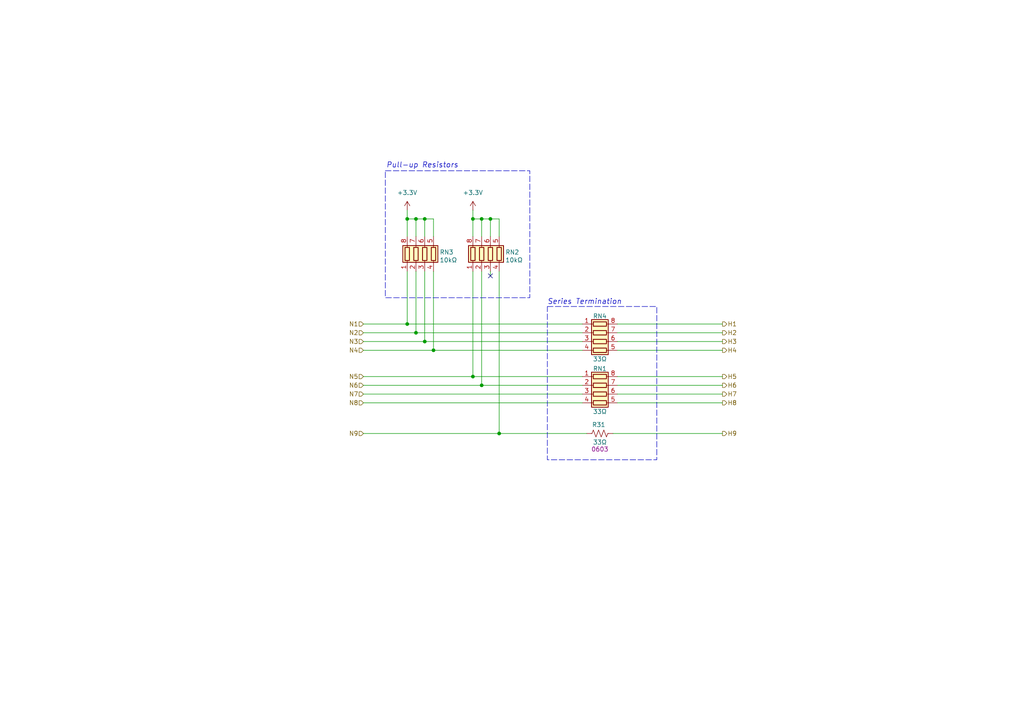
<source format=kicad_sch>
(kicad_sch (version 20250114) (generator "eeschema") (generator_version "9.0")
  (paper "A4")
  (title_block (title "Lark Print Engine") (date "2025-10-08") (rev "01.00.01") (comment 1 "Thermal Print Engine") (comment 2 "Designer: HamSlices") (comment 3 "The Lark Project"))
  (lib_symbols
    (symbol "Stackpole:RAVF164DJT10K0" (pin_names (offset 0) (hide yes))
      (property "Reference" "RN" (at -7.62 0 90))
      (property "Value" "10kΩ" (at 5.08 0 90))
      (symbol "RAVF164DJT10K0_0_1"
        (rectangle (start -6.35 -2.413) (end 3.81 2.413) (stroke (width 0.254)) (fill (type background)))
        (rectangle (start -5.715 1.905) (end -4.445 -1.905) (stroke (width 0.254)))
        (polyline (pts (xy -5.08 1.905) (xy -5.08 2.54)))
        (polyline (pts (xy -5.08 -2.54) (xy -5.08 -1.905)))
        (rectangle (start -3.175 1.905) (end -1.905 -1.905) (stroke (width 0.254)))
        (polyline (pts (xy -2.54 1.905) (xy -2.54 2.54)))
        (polyline (pts (xy -2.54 -2.54) (xy -2.54 -1.905)))
        (rectangle (start -0.635 1.905) (end 0.635 -1.905) (stroke (width 0.254)))
        (polyline (pts (xy 0 1.905) (xy 0 2.54)))
        (polyline (pts (xy 0 -2.54) (xy 0 -1.905)))
        (rectangle (start 1.905 1.905) (end 3.175 -1.905) (stroke (width 0.254)))
        (polyline (pts (xy 2.54 1.905) (xy 2.54 2.54)))
        (polyline (pts (xy 2.54 -2.54) (xy 2.54 -1.905)))
      )
      (symbol "RAVF164DJT10K0_1_1"
        (pin passive line (at -5.08 5.08 270) (length 2.54) (name "R1.2") (number "8"))
        (pin passive line (at -5.08 -5.08 90) (length 2.54) (name "R1.1") (number "1"))
        (pin passive line (at -2.54 5.08 270) (length 2.54) (name "R2.2") (number "7"))
        (pin passive line (at -2.54 -5.08 90) (length 2.54) (name "R2.1") (number "2"))
        (pin passive line (at 0 5.08 270) (length 2.54) (name "R3.2") (number "6"))
        (pin passive line (at 0 -5.08 90) (length 2.54) (name "R3.1") (number "3"))
        (pin passive line (at 2.54 5.08 270) (length 2.54) (name "R4.2") (number "5"))
        (pin passive line (at 2.54 -5.08 90) (length 2.54) (name "R4.1") (number "4"))
      )
    )
    (symbol "Stackpole:RAVF164DJT33R0" (pin_names (offset 0) (hide yes))
      (property "Reference" "RN" (at -7.62 0 90))
      (property "Value" "33Ω" (at 5.08 0 90))
      (symbol "RAVF164DJT33R0_0_1"
        (rectangle (start -6.35 -2.413) (end 3.81 2.413) (stroke (width 0.254)) (fill (type background)))
        (rectangle (start -5.715 1.905) (end -4.445 -1.905) (stroke (width 0.254)))
        (polyline (pts (xy -5.08 1.905) (xy -5.08 2.54)))
        (polyline (pts (xy -5.08 -2.54) (xy -5.08 -1.905)))
        (rectangle (start -3.175 1.905) (end -1.905 -1.905) (stroke (width 0.254)))
        (polyline (pts (xy -2.54 1.905) (xy -2.54 2.54)))
        (polyline (pts (xy -2.54 -2.54) (xy -2.54 -1.905)))
        (rectangle (start -0.635 1.905) (end 0.635 -1.905) (stroke (width 0.254)))
        (polyline (pts (xy 0 1.905) (xy 0 2.54)))
        (polyline (pts (xy 0 -2.54) (xy 0 -1.905)))
        (rectangle (start 1.905 1.905) (end 3.175 -1.905) (stroke (width 0.254)))
        (polyline (pts (xy 2.54 1.905) (xy 2.54 2.54)))
        (polyline (pts (xy 2.54 -2.54) (xy 2.54 -1.905)))
      )
      (symbol "RAVF164DJT33R0_1_1"
        (pin passive line (at -5.08 5.08 270) (length 2.54) (name "R1.2") (number "8"))
        (pin passive line (at -5.08 -5.08 90) (length 2.54) (name "R1.1") (number "1"))
        (pin passive line (at -2.54 5.08 270) (length 2.54) (name "R2.2") (number "7"))
        (pin passive line (at -2.54 -5.08 90) (length 2.54) (name "R2.1") (number "2"))
        (pin passive line (at 0 5.08 270) (length 2.54) (name "R3.2") (number "6"))
        (pin passive line (at 0 -5.08 90) (length 2.54) (name "R3.1") (number "3"))
        (pin passive line (at 2.54 5.08 270) (length 2.54) (name "R4.2") (number "5"))
        (pin passive line (at 2.54 -5.08 90) (length 2.54) (name "R4.1") (number "4"))
      )
    )
    (symbol "Stackpole:Resistor" (pin_numbers (hide yes)) (pin_names (offset 0))
      (property "Reference" "R" (at 2.54 0 90))
      (property "Value" "Resistor" (at -2.54 0 90))
      (symbol "Resistor_0_1"
        (polyline (pts (xy 0 2.286) (xy 0 2.54)))
        (polyline (pts (xy 0 2.286) (xy 1.016 1.905) (xy 0 1.524) (xy -1.016 1.143) (xy 0 0.762)))
        (polyline (pts (xy 0 0.762) (xy 1.016 0.381) (xy 0 0) (xy -1.016 -0.381) (xy 0 -0.762)))
        (polyline (pts (xy 0 -0.762) (xy 1.016 -1.143) (xy 0 -1.524) (xy -1.016 -1.905) (xy 0 -2.286)))
        (polyline (pts (xy 0 -2.286) (xy 0 -2.54)))
      )
      (symbol "Resistor_1_1"
        (pin passive line (at 0 3.81 270) (length 1.27) (name "~") (number "1"))
        (pin passive line (at 0 -3.81 90) (length 1.27) (name "~") (number "2"))
      )
    )
    (symbol "power:+3.3V" (power) (pin_numbers (hide yes)) (pin_names (offset 0) (hide yes))
      (property "Value" "+3.3V" (at 0 3.556 0))
      (symbol "+3.3V_0_1"
        (polyline (pts (xy -0.762 1.27) (xy 0 2.54)))
        (polyline (pts (xy 0 2.54) (xy 0.762 1.27)))
        (polyline (pts (xy 0 0) (xy 0 2.54)))
      )
      (symbol "+3.3V_1_1"
        (pin power_in line (at 0 0 90) (length 0) (name "~") (number "1"))
      )
    )
  )
  (rectangle (start 158.75 88.9) (end 190.5 133.35) (stroke (width 0) (type dash)))
  (rectangle (start 111.76 49.53) (end 153.67 86.36) (stroke (width 0) (type dash)))
  (text "Series Termination" (at 158.75 87.63 0) (effects (font (size 1.524 1.524) (italic yes)) (justify left)))
  (text "Pull-up Resistors" (at 112.014 48.006 0) (effects (font (size 1.524 1.524) (italic yes)) (justify left)))
  (junction (at 120.65 96.52))
  (junction (at 118.11 63.5))
  (junction (at 144.78 125.73))
  (junction (at 137.16 63.5))
  (junction (at 125.73 101.6))
  (junction (at 118.11 93.98))
  (junction (at 123.19 63.5))
  (junction (at 139.7 111.76))
  (junction (at 142.24 63.5))
  (junction (at 120.65 63.5))
  (junction (at 123.19 99.06))
  (junction (at 139.7 63.5))
  (junction (at 137.16 109.22))
  (no_connect (at 142.24 80.01))
  (wire (pts (xy 142.24 63.5) (xy 142.24 68.58)))
  (wire (pts (xy 139.7 111.76) (xy 168.91 111.76)))
  (wire (pts (xy 120.65 96.52) (xy 168.91 96.52)))
  (wire (pts (xy 120.65 63.5) (xy 123.19 63.5)))
  (wire (pts (xy 105.41 125.73) (xy 144.78 125.73)))
  (wire (pts (xy 144.78 125.73) (xy 170.18 125.73)))
  (wire (pts (xy 120.65 63.5) (xy 120.65 68.58)))
  (wire (pts (xy 105.41 111.76) (xy 139.7 111.76)))
  (wire (pts (xy 142.24 63.5) (xy 144.78 63.5)))
  (wire (pts (xy 179.07 96.52) (xy 209.55 96.52)))
  (wire (pts (xy 137.16 63.5) (xy 137.16 68.58)))
  (wire (pts (xy 137.16 63.5) (xy 139.7 63.5)))
  (wire (pts (xy 139.7 78.74) (xy 139.7 111.76)))
  (wire (pts (xy 125.73 101.6) (xy 168.91 101.6)))
  (wire (pts (xy 125.73 78.74) (xy 125.73 101.6)))
  (wire (pts (xy 105.41 109.22) (xy 137.16 109.22)))
  (wire (pts (xy 179.07 114.3) (xy 209.55 114.3)))
  (wire (pts (xy 137.16 78.74) (xy 137.16 109.22)))
  (wire (pts (xy 125.73 63.5) (xy 125.73 68.58)))
  (wire (pts (xy 137.16 109.22) (xy 168.91 109.22)))
  (wire (pts (xy 139.7 63.5) (xy 142.24 63.5)))
  (wire (pts (xy 179.07 101.6) (xy 209.55 101.6)))
  (wire (pts (xy 118.11 93.98) (xy 168.91 93.98)))
  (wire (pts (xy 120.65 78.74) (xy 120.65 96.52)))
  (wire (pts (xy 144.78 78.74) (xy 144.78 125.73)))
  (wire (pts (xy 105.41 96.52) (xy 120.65 96.52)))
  (wire (pts (xy 179.07 99.06) (xy 209.55 99.06)))
  (wire (pts (xy 139.7 68.58) (xy 139.7 63.5)))
  (wire (pts (xy 118.11 63.5) (xy 118.11 68.58)))
  (wire (pts (xy 105.41 99.06) (xy 123.19 99.06)))
  (wire (pts (xy 179.07 111.76) (xy 209.55 111.76)))
  (wire (pts (xy 179.07 116.84) (xy 209.55 116.84)))
  (wire (pts (xy 105.41 101.6) (xy 125.73 101.6)))
  (wire (pts (xy 142.24 80.01) (xy 142.24 78.74)))
  (wire (pts (xy 137.16 60.96) (xy 137.16 63.5)))
  (wire (pts (xy 105.41 114.3) (xy 168.91 114.3)))
  (wire (pts (xy 123.19 99.06) (xy 168.91 99.06)))
  (wire (pts (xy 144.78 68.58) (xy 144.78 63.5)))
  (wire (pts (xy 105.41 93.98) (xy 118.11 93.98)))
  (wire (pts (xy 118.11 63.5) (xy 120.65 63.5)))
  (wire (pts (xy 179.07 109.22) (xy 209.55 109.22)))
  (wire (pts (xy 123.19 63.5) (xy 125.73 63.5)))
  (wire (pts (xy 123.19 78.74) (xy 123.19 99.06)))
  (wire (pts (xy 123.19 63.5) (xy 123.19 68.58)))
  (wire (pts (xy 105.41 116.84) (xy 168.91 116.84)))
  (wire (pts (xy 177.8 125.73) (xy 209.55 125.73)))
  (wire (pts (xy 118.11 78.74) (xy 118.11 93.98)))
  (wire (pts (xy 118.11 60.96) (xy 118.11 63.5)))
  (wire (pts (xy 179.07 93.98) (xy 209.55 93.98)))
  (hierarchical_label "H9" (shape output) (at 209.55 125.73 0))
  (hierarchical_label "H8" (shape output) (at 209.55 116.84 0))
  (hierarchical_label "N5" (shape input) (at 105.41 109.22 180))
  (hierarchical_label "H5" (shape output) (at 209.55 109.22 0))
  (hierarchical_label "N6" (shape input) (at 105.41 111.76 180))
  (hierarchical_label "H3" (shape output) (at 209.55 99.06 0))
  (hierarchical_label "H6" (shape output) (at 209.55 111.76 0))
  (hierarchical_label "H7" (shape output) (at 209.55 114.3 0))
  (hierarchical_label "N4" (shape input) (at 105.41 101.6 180))
  (hierarchical_label "N9" (shape input) (at 105.41 125.73 180))
  (hierarchical_label "H1" (shape output) (at 209.55 93.98 0))
  (hierarchical_label "N1" (shape input) (at 105.41 93.98 180))
  (hierarchical_label "N2" (shape input) (at 105.41 96.52 180))
  (hierarchical_label "H2" (shape output) (at 209.55 96.52 0))
  (hierarchical_label "H4" (shape output) (at 209.55 101.6 0))
  (hierarchical_label "N8" (shape input) (at 105.41 116.84 180))
  (hierarchical_label "N7" (shape input) (at 105.41 114.3 180))
  (hierarchical_label "N3" (shape input) (at 105.41 99.06 180))
  (symbol (lib_id "power:+3.3V") (at 118.11 60.96 0) (unit 1)
    (property "Reference" "#PWR083" (effects (hide yes)))
    (property "Value" "+3.3V" (at 118.11 55.88 0))
    (property "Description" "Power symbol creates a global label with name \"+3.3V\"" (effects (hide yes)))
  )
  (symbol (lib_id "Stackpole:RAVF164DJT10K0") (at 123.19 73.66 0) (unit 1)
    (property "Reference" "RN3" (at 129.54 73.152 0))
    (property "Value" "10kΩ" (at 130.048 75.438 0))
    (property "Footprint" "Stackpole:RAVF_164D" (effects (hide yes)))
    (property "Datasheet" "https://www.seielect.com/catalog/SEI-RAVF.pdf" (effects (hide yes)))
    (property "Description" "10k Ohm ±5% 100mW Power Per Element Isolated 4 Resistor Network/Array ±200ppm/°C 1206 (3216 Metric), Convex, Long Side Terminals" (effects (hide yes)))
    (property "MPN" "RAVF164DJT10K0" (effects (hide yes)))
  )
  (symbol (lib_id "Stackpole:RAVF164DJT33R0") (at 173.99 114.3 270) (unit 1)
    (property "Reference" "RN1" (at 173.99 106.934 90))
    (property "Value" "33Ω" (at 173.99 119.38 90))
    (property "Footprint" "Stackpole:RAVF_164D" (effects (hide yes)))
    (property "Datasheet" "https://www.seielect.com/catalog/SEI-RAVF.pdf" (effects (hide yes)))
    (property "Description" "33 Ohm ±5% 100mW Power Per Element Isolated 4 Resistor Network/Array ±200ppm/°C 1206 (3216 Metric), Convex, Long Side Terminals" (effects (hide yes)))
    (property "MPN" "RAVF164DJT33R0" (effects (hide yes)))
  )
  (symbol (lib_id "Stackpole:RAVF164DJT10K0") (at 142.24 73.66 0) (unit 1)
    (property "Reference" "RN2" (at 148.59 73.152 0))
    (property "Value" "10kΩ" (at 149.098 75.438 0))
    (property "Footprint" "Stackpole:RAVF_164D" (effects (hide yes)))
    (property "Datasheet" "https://www.seielect.com/catalog/SEI-RAVF.pdf" (effects (hide yes)))
    (property "Description" "10k Ohm ±5% 100mW Power Per Element Isolated 4 Resistor Network/Array ±200ppm/°C 1206 (3216 Metric), Convex, Long Side Terminals" (effects (hide yes)))
    (property "MPN" "RAVF164DJT10K0" (effects (hide yes)))
  )
  (symbol (lib_id "Stackpole:RAVF164DJT33R0") (at 173.99 99.06 270) (unit 1)
    (property "Reference" "RN4" (at 173.99 91.694 90))
    (property "Value" "33Ω" (at 173.99 104.14 90))
    (property "Footprint" "Stackpole:RAVF_164D" (effects (hide yes)))
    (property "Datasheet" "https://www.seielect.com/catalog/SEI-RAVF.pdf" (effects (hide yes)))
    (property "Description" "33 Ohm ±5% 100mW Power Per Element Isolated 4 Resistor Network/Array ±200ppm/°C 1206 (3216 Metric), Convex, Long Side Terminals" (effects (hide yes)))
    (property "MPN" "RAVF164DJT33R0" (effects (hide yes)))
  )
  (symbol (lib_id "Stackpole:Resistor") (at 173.99 125.73 270) (unit 1)
    (property "Reference" "R31" (at 171.704 123.19 90) (effects (justify left)))
    (property "Value" "33Ω" (at 171.958 128.27 90) (effects (justify left)))
    (property "Footprint" "Stackpole:R_0603" (effects (hide yes)))
    (property "Datasheet" "https://www.seielect.com/catalog/SEI-RMCF_RMCP.pdf" (effects (hide yes)))
    (property "Description" "Resistor, US symbol" (effects (hide yes)))
    (property "Power" "1/10W" (effects (hide yes)))
    (property "Case" "0603" (at 173.99 130.302 90))
    (property "MPN" "RMCF0603FT33R0" (effects (hide yes)))
  )
  (symbol (lib_id "power:+3.3V") (at 137.16 60.96 0) (unit 1)
    (property "Reference" "#PWR084" (effects (hide yes)))
    (property "Value" "+3.3V" (at 137.16 55.88 0))
    (property "Description" "Power symbol creates a global label with name \"+3.3V\"" (effects (hide yes)))
  )
)
</source>
